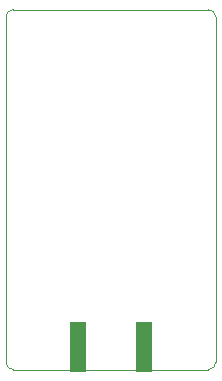
<source format=gbr>
%TF.GenerationSoftware,KiCad,Pcbnew,5.1.6+dfsg1-1~bpo10+1*%
%TF.CreationDate,Date%
%TF.ProjectId,ProMicro_POS,50726f4d-6963-4726-9f5f-504f532e6b69,v3.2*%
%TF.SameCoordinates,Original*%
%TF.FileFunction,Paste,Bot*%
%TF.FilePolarity,Positive*%
%FSLAX45Y45*%
G04 Gerber Fmt 4.5, Leading zero omitted, Abs format (unit mm)*
G04 Created by KiCad*
%MOMM*%
%LPD*%
G01*
G04 APERTURE LIST*
%TA.AperFunction,Profile*%
%ADD10C,0.100000*%
%TD*%
%ADD11R,1.350000X4.200000*%
G04 APERTURE END LIST*
D10*
X127000Y2857500D02*
X127000Y-63500D01*
X-1587500Y-127000D02*
G75*
G02*
X-1651000Y-63500I0J63500D01*
G01*
X-1651000Y2857500D02*
G75*
G02*
X-1587500Y2921000I63500J0D01*
G01*
X63500Y2921000D02*
G75*
G02*
X127000Y2857500I0J-63500D01*
G01*
X127000Y-63500D02*
G75*
G02*
X63500Y-127000I-63500J0D01*
G01*
X-1587500Y2921000D02*
X63500Y2921000D01*
X-1651000Y-63500D02*
X-1651000Y2857500D01*
X63500Y-127000D02*
X-1587500Y-127000D01*
D11*
X-479500Y63500D03*
X-1044500Y63500D03*
M02*

</source>
